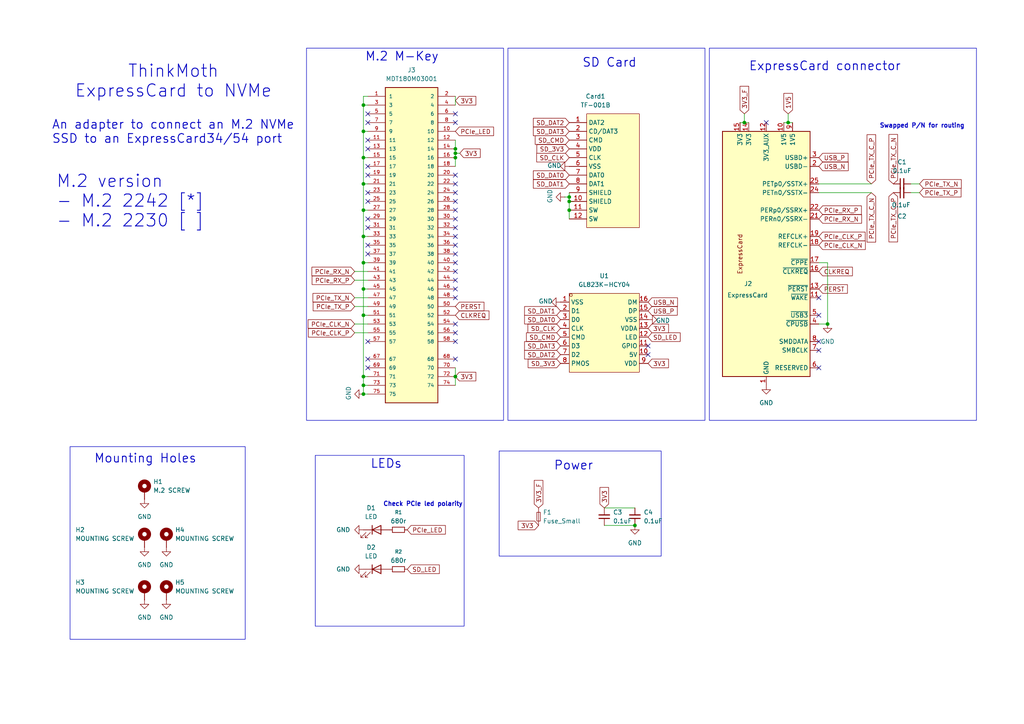
<source format=kicad_sch>
(kicad_sch (version 20250114) (generator "eeschema") (generator_version "9.0")
  (paper "A4")
  (title_block (title "ThinkMoth M.2 2242") (rev "V1.0") (company "Mothtek"))
  (lib_symbols
    (symbol "Connector:ExpressCard"
      (property "Reference" "J" (at 11.43 36.83 0))
      (property "Value" "ExpressCard" (at 7.62 -36.83 0))
      (symbol "ExpressCard_0_0"
        (text "ExpressCard" (at -7.62 0 900) (effects (font (size 1.27 1.27))))
      )
      (symbol "ExpressCard_0_1"
        (rectangle (start -12.7 35.56) (end 12.7 -35.56) (stroke (width 0.254)) (fill (type background)))
      )
      (symbol "ExpressCard_1_1"
        (pin power_out line (at -7.62 38.1 270) (length 2.54) (name "3V3") (number "15"))
        (pin power_out line (at -5.08 38.1 270) (length 2.54) (name "3V3") (number "14"))
        (pin power_out line (at 0 38.1 270) (length 2.54) (name "3V3_AUX") (number "12"))
        (pin power_out line (at 0 -38.1 90) (length 2.54) (name "GND") (number "1"))
        (pin passive line (at 0 -38.1 90) (length 2.54) (hide yes) (name "GND") (number "20"))
        (pin passive line (at 0 -38.1 90) (length 2.54) (hide yes) (name "GND") (number "23"))
        (pin passive line (at 0 -38.1 90) (length 2.54) (hide yes) (name "GND") (number "26"))
        (pin power_out line (at 5.08 38.1 270) (length 2.54) (name "1V5") (number "10"))
        (pin power_out line (at 7.62 38.1 270) (length 2.54) (name "1V5") (number "9"))
        (pin bidirectional line (at 15.24 27.94 180) (length 2.54) (name "USBD+") (number "3"))
        (pin bidirectional line (at 15.24 25.4 180) (length 2.54) (name "USBD-") (number "2"))
        (pin output line (at 15.24 20.32 180) (length 2.54) (name "PETp0/SSTX+") (number "25"))
        (pin output line (at 15.24 17.78 180) (length 2.54) (name "PETn0/SSTX-") (number "24"))
        (pin input line (at 15.24 12.7 180) (length 2.54) (name "PERp0/SSRX+") (number "22"))
        (pin input line (at 15.24 10.16 180) (length 2.54) (name "PERn0/SSRX-") (number "21"))
        (pin output line (at 15.24 5.08 180) (length 2.54) (name "REFCLK+") (number "19"))
        (pin output line (at 15.24 2.54 180) (length 2.54) (name "REFCLK-") (number "18"))
        (pin input line (at 15.24 -2.54 180) (length 2.54) (name "~{CPPE}") (number "17"))
        (pin input line (at 15.24 -5.08 180) (length 2.54) (name "~{CLKREQ}") (number "16"))
        (pin output line (at 15.24 -10.16 180) (length 2.54) (name "~{PERST}") (number "13"))
        (pin input line (at 15.24 -12.7 180) (length 2.54) (name "~{WAKE}") (number "11"))
        (pin bidirectional line (at 15.24 -17.78 180) (length 2.54) (name "~{USB3}") (number "5"))
        (pin input line (at 15.24 -20.32 180) (length 2.54) (name "~{CPUSB}") (number "4"))
        (pin bidirectional line (at 15.24 -25.4 180) (length 2.54) (name "SMDDATA") (number "8"))
        (pin output line (at 15.24 -27.94 180) (length 2.54) (name "SMBCLK") (number "7"))
        (pin passive line (at 15.24 -33.02 180) (length 2.54) (name "RESERVED") (number "6"))
      )
    )
    (symbol "Device:C_Small" (pin_numbers (hide yes)) (pin_names (offset 0.254) (hide yes))
      (property "Reference" "C" (at 0.254 1.778 0))
      (property "Value" "C_Small" (at 0.254 -2.032 0))
      (symbol "C_Small_0_1"
        (polyline (pts (xy -1.524 0.508) (xy 1.524 0.508)) (stroke (width 0.3048)))
        (polyline (pts (xy -1.524 -0.508) (xy 1.524 -0.508)) (stroke (width 0.3302)))
      )
      (symbol "C_Small_1_1"
        (pin passive line (at 0 2.54 270) (length 2.032) (name "~") (number "1"))
        (pin passive line (at 0 -2.54 90) (length 2.032) (name "~") (number "2"))
      )
    )
    (symbol "Device:Fuse_Small" (pin_numbers (hide yes)) (pin_names (offset 0.254) (hide yes))
      (property "Reference" "F" (at 0 -1.524 0))
      (property "Value" "Fuse_Small" (at 0 1.524 0))
      (symbol "Fuse_Small_0_1"
        (rectangle (start -1.27 0.508) (end 1.27 -0.508))
        (polyline (pts (xy -1.27 0) (xy 1.27 0)))
      )
      (symbol "Fuse_Small_1_1"
        (pin passive line (at -2.54 0 0) (length 1.27) (name "~") (number "1"))
        (pin passive line (at 2.54 0 180) (length 1.27) (name "~") (number "2"))
      )
    )
    (symbol "Device:LED" (pin_numbers (hide yes)) (pin_names (offset 1.016) (hide yes))
      (property "Reference" "D" (at 0 2.54 0))
      (property "Value" "LED" (at 0 -2.54 0))
      (symbol "LED_0_1"
        (polyline (pts (xy -3.048 -0.762) (xy -4.572 -2.286) (xy -3.81 -2.286) (xy -4.572 -2.286) (xy -4.572 -1.524)))
        (polyline (pts (xy -1.778 -0.762) (xy -3.302 -2.286) (xy -2.54 -2.286) (xy -3.302 -2.286) (xy -3.302 -1.524)))
        (polyline (pts (xy -1.27 0) (xy 1.27 0)))
        (polyline (pts (xy -1.27 -1.27) (xy -1.27 1.27)) (stroke (width 0.254)))
        (polyline (pts (xy 1.27 -1.27) (xy 1.27 1.27) (xy -1.27 0) (xy 1.27 -1.27)) (stroke (width 0.254)))
      )
      (symbol "LED_1_1"
        (pin passive line (at -3.81 0 0) (length 2.54) (name "K") (number "1"))
        (pin passive line (at 3.81 0 180) (length 2.54) (name "A") (number "2"))
      )
    )
    (symbol "Device:R_Small" (pin_numbers (hide yes)) (pin_names (offset 0.254) (hide yes))
      (property "Reference" "R" (at 0 0 90))
      (property "Value" "R_Small" (at 1.778 0 90))
      (symbol "R_Small_0_1"
        (rectangle (start -0.762 1.778) (end 0.762 -1.778) (stroke (width 0.2032)))
      )
      (symbol "R_Small_1_1"
        (pin passive line (at 0 2.54 270) (length 0.762) (name "~") (number "1"))
        (pin passive line (at 0 -2.54 90) (length 0.762) (name "~") (number "2"))
      )
    )
    (symbol "GL823K-HCY04:GL823K-HCY04"
      (property "Reference" "U" (at 0 13.97 0))
      (property "Value" "GL823K-HCY04" (at 0 -13.97 0))
      (symbol "GL823K-HCY04_0_1"
        (rectangle (start -10.16 11.43) (end 10.16 -11.43) (fill (type background)))
        (circle (center -9.65 10.92) (radius 0.38))
        (pin unspecified line (at -12.7 8.89 0) (length 2.54) (name "VSS") (number "1"))
        (pin unspecified line (at -12.7 6.35 0) (length 2.54) (name "D1") (number "2"))
        (pin unspecified line (at -12.7 3.81 0) (length 2.54) (name "D0") (number "3"))
        (pin unspecified line (at -12.7 1.27 0) (length 2.54) (name "CLK") (number "4"))
        (pin unspecified line (at -12.7 -1.27 0) (length 2.54) (name "CMD") (number "5"))
        (pin unspecified line (at -12.7 -3.81 0) (length 2.54) (name "D3") (number "6"))
        (pin unspecified line (at -12.7 -6.35 0) (length 2.54) (name "D2") (number "7"))
        (pin unspecified line (at -12.7 -8.89 0) (length 2.54) (name "PMOS") (number "8"))
        (pin unspecified line (at 12.7 8.89 180) (length 2.54) (name "DM") (number "16"))
        (pin unspecified line (at 12.7 6.35 180) (length 2.54) (name "DP") (number "15"))
        (pin unspecified line (at 12.7 3.81 180) (length 2.54) (name "VSS") (number "14"))
        (pin unspecified line (at 12.7 1.27 180) (length 2.54) (name "VDDA") (number "13"))
        (pin unspecified line (at 12.7 -1.27 180) (length 2.54) (name "LED") (number "12"))
        (pin unspecified line (at 12.7 -3.81 180) (length 2.54) (name "GPIO") (number "11"))
        (pin unspecified line (at 12.7 -6.35 180) (length 2.54) (name "5V") (number "10"))
        (pin unspecified line (at 12.7 -8.89 180) (length 2.54) (name "VDD") (number "9"))
      )
    )
    (symbol "MDT180M03001:MDT180M03001" (pin_names (offset 1.016))
      (property "Reference" "J" (at -7.62 46.482 0))
      (property "Value" "MDT180M03001" (at -7.62 -48.26 0))
      (symbol "MDT180M03001_0_0"
        (rectangle (start -7.62 -45.72) (end 7.62 45.72) (stroke (width 0.254)) (fill (type background)))
        (pin passive line (at -12.7 43.18 0) (length 5.08) (name "1") (number "1"))
        (pin passive line (at -12.7 40.64 0) (length 5.08) (name "3") (number "3"))
        (pin passive line (at -12.7 38.1 0) (length 5.08) (name "5") (number "5"))
        (pin passive line (at -12.7 35.56 0) (length 5.08) (name "7") (number "7"))
        (pin passive line (at -12.7 33.02 0) (length 5.08) (name "9") (number "9"))
        (pin passive line (at -12.7 30.48 0) (length 5.08) (name "11") (number "11"))
        (pin passive line (at -12.7 27.94 0) (length 5.08) (name "13") (number "13"))
        (pin passive line (at -12.7 25.4 0) (length 5.08) (name "15") (number "15"))
        (pin passive line (at -12.7 22.86 0) (length 5.08) (name "17") (number "17"))
        (pin passive line (at -12.7 20.32 0) (length 5.08) (name "19") (number "19"))
        (pin passive line (at -12.7 17.78 0) (length 5.08) (name "21") (number "21"))
        (pin passive line (at -12.7 15.24 0) (length 5.08) (name "23") (number "23"))
        (pin passive line (at -12.7 12.7 0) (length 5.08) (name "25") (number "25"))
        (pin passive line (at -12.7 10.16 0) (length 5.08) (name "27") (number "27"))
        (pin passive line (at -12.7 7.62 0) (length 5.08) (name "29") (number "29"))
        (pin passive line (at -12.7 5.08 0) (length 5.08) (name "31") (number "31"))
        (pin passive line (at -12.7 2.54 0) (length 5.08) (name "33") (number "33"))
        (pin passive line (at -12.7 0 0) (length 5.08) (name "35") (number "35"))
        (pin passive line (at -12.7 -2.54 0) (length 5.08) (name "37") (number "37"))
        (pin passive line (at -12.7 -5.08 0) (length 5.08) (name "39") (number "39"))
        (pin passive line (at -12.7 -7.62 0) (length 5.08) (name "41") (number "41"))
        (pin passive line (at -12.7 -10.16 0) (length 5.08) (name "43") (number "43"))
        (pin passive line (at -12.7 -12.7 0) (length 5.08) (name "45") (number "45"))
        (pin passive line (at -12.7 -15.24 0) (length 5.08) (name "47") (number "47"))
        (pin passive line (at -12.7 -17.78 0) (length 5.08) (name "49") (number "49"))
        (pin passive line (at -12.7 -20.32 0) (length 5.08) (name "51") (number "51"))
        (pin passive line (at -12.7 -22.86 0) (length 5.08) (name "53") (number "53"))
        (pin passive line (at -12.7 -25.4 0) (length 5.08) (name "55") (number "55"))
        (pin passive line (at -12.7 -27.94 0) (length 5.08) (name "57") (number "57"))
        (pin passive line (at -12.7 -33.02 0) (length 5.08) (name "67") (number "67"))
        (pin passive line (at -12.7 -35.56 0) (length 5.08) (name "69") (number "69"))
        (pin passive line (at -12.7 -38.1 0) (length 5.08) (name "71") (number "71"))
        (pin passive line (at -12.7 -40.64 0) (length 5.08) (name "73") (number "73"))
        (pin passive line (at -12.7 -43.18 0) (length 5.08) (name "75") (number "75"))
        (pin passive line (at 12.7 43.18 180) (length 5.08) (name "2") (number "2"))
        (pin passive line (at 12.7 40.64 180) (length 5.08) (name "4") (number "4"))
        (pin passive line (at 12.7 38.1 180) (length 5.08) (name "6") (number "6"))
        (pin passive line (at 12.7 35.56 180) (length 5.08) (name "8") (number "8"))
        (pin passive line (at 12.7 33.02 180) (length 5.08) (name "10") (number "10"))
        (pin passive line (at 12.7 30.48 180) (length 5.08) (name "12") (number "12"))
        (pin passive line (at 12.7 27.94 180) (length 5.08) (name "14") (number "14"))
        (pin passive line (at 12.7 25.4 180) (length 5.08) (name "16") (number "16"))
        (pin passive line (at 12.7 22.86 180) (length 5.08) (name "18") (number "18"))
        (pin passive line (at 12.7 20.32 180) (length 5.08) (name "20") (number "20"))
        (pin passive line (at 12.7 17.78 180) (length 5.08) (name "22") (number "22"))
        (pin passive line (at 12.7 15.24 180) (length 5.08) (name "24") (number "24"))
        (pin passive line (at 12.7 12.7 180) (length 5.08) (name "26") (number "26"))
        (pin passive line (at 12.7 10.16 180) (length 5.08) (name "28") (number "28"))
        (pin passive line (at 12.7 7.62 180) (length 5.08) (name "30") (number "30"))
        (pin passive line (at 12.7 5.08 180) (length 5.08) (name "32") (number "32"))
        (pin passive line (at 12.7 2.54 180) (length 5.08) (name "34") (number "34"))
        (pin passive line (at 12.7 0 180) (length 5.08) (name "36") (number "36"))
        (pin passive line (at 12.7 -2.54 180) (length 5.08) (name "38") (number "38"))
        (pin passive line (at 12.7 -5.08 180) (length 5.08) (name "40") (number "40"))
        (pin passive line (at 12.7 -7.62 180) (length 5.08) (name "42") (number "42"))
        (pin passive line (at 12.7 -10.16 180) (length 5.08) (name "44") (number "44"))
        (pin passive line (at 12.7 -12.7 180) (length 5.08) (name "46") (number "46"))
        (pin passive line (at 12.7 -15.24 180) (length 5.08) (name "48") (number "48"))
        (pin passive line (at 12.7 -17.78 180) (length 5.08) (name "50") (number "50"))
        (pin passive line (at 12.7 -20.32 180) (length 5.08) (name "52") (number "52"))
        (pin passive line (at 12.7 -22.86 180) (length 5.08) (name "54") (number "54"))
        (pin passive line (at 12.7 -25.4 180) (length 5.08) (name "56") (number "56"))
        (pin passive line (at 12.7 -27.94 180) (length 5.08) (name "58") (number "58"))
        (pin passive line (at 12.7 -33.02 180) (length 5.08) (name "68") (number "68"))
        (pin passive line (at 12.7 -35.56 180) (length 5.08) (name "70") (number "70"))
        (pin passive line (at 12.7 -38.1 180) (length 5.08) (name "72") (number "72"))
        (pin passive line (at 12.7 -40.64 180) (length 5.08) (name "74") (number "74"))
      )
    )
    (symbol "Mechanical:MountingHole_Pad" (pin_numbers (hide yes)) (pin_names (offset 1.016) (hide yes)) (in_bom no)
      (property "Reference" "H" (at 0 6.35 0))
      (property "Value" "MountingHole_Pad" (at 0 4.445 0))
      (symbol "MountingHole_Pad_0_1"
        (circle (center 0 1.27) (radius 1.27) (stroke (width 1.27)))
      )
      (symbol "MountingHole_Pad_1_1"
        (pin input line (at 0 -2.54 90) (length 2.54) (name "1") (number "1"))
      )
    )
    (symbol "SOFNG-TF-001B:TF-001B"
      (property "Reference" "Card1" (at -2.54 21.59 0))
      (property "Value" "TF-001B" (at -2.54 19.05 0))
      (symbol "TF-001B_0_1"
        (rectangle (start -5.08 16.51) (end 10.16 -16.51) (fill (type background)))
        (pin unspecified line (at -10.16 13.97 0) (length 5.08) (name "DAT2") (number "1"))
        (pin unspecified line (at -10.16 11.43 0) (length 5.08) (name "CD/DAT3") (number "2"))
        (pin unspecified line (at -10.16 8.89 0) (length 5.08) (name "CMD") (number "3"))
        (pin unspecified line (at -10.16 6.35 0) (length 5.08) (name "VDD") (number "4"))
        (pin unspecified line (at -10.16 3.81 0) (length 5.08) (name "CLK") (number "5"))
        (pin unspecified line (at -10.16 1.27 0) (length 5.08) (name "VSS") (number "6"))
        (pin unspecified line (at -10.16 -1.27 0) (length 5.08) (name "DAT0") (number "7"))
        (pin unspecified line (at -10.16 -3.81 0) (length 5.08) (name "DAT1") (number "8"))
        (pin unspecified line (at -10.16 -6.35 0) (length 5.08) (name "SHIELD") (number "9"))
        (pin unspecified line (at -10.16 -8.89 0) (length 5.08) (name "SHIELD") (number "10"))
        (pin unspecified line (at -10.16 -11.43 0) (length 5.08) (name "SW") (number "11"))
        (pin unspecified line (at -10.16 -13.97 0) (length 5.08) (name "SW") (number "12"))
      )
    )
    (symbol "power:GND" (power) (pin_numbers (hide yes)) (pin_names (offset 0) (hide yes))
      (property "Value" "GND" (at 0 -3.81 0))
      (symbol "GND_0_1"
        (polyline (pts (xy 0 0) (xy 0 -1.27) (xy 1.27 -1.27) (xy 0 -2.54) (xy -1.27 -1.27) (xy 0 -1.27)))
      )
      (symbol "GND_1_1"
        (pin power_in line (at 0 0 270) (length 0) (name "~") (number "1"))
      )
    )
  )
  (rectangle (start 147.32 13.97) (end 204.47 121.92))
  (rectangle (start 205.74 13.97) (end 283.21 121.92))
  (rectangle (start 20.32 129.54) (end 71.12 185.42))
  (rectangle (start 144.78 130.81) (end 191.77 161.29))
  (rectangle (start 88.9 13.97) (end 146.05 121.92))
  (rectangle (start 91.44 132.08) (end 134.62 181.61))
  (text "ThinkMoth\nExpressCard to NVMe\n" (at 50.292 23.622 0) (effects (font (size 3.556 3.556) (thickness 0.254) (bold yes))))
  (text "Mounting Holes" (at 42.164 133.096 0) (effects (font (size 2.54 2.54) (thickness 0.254) (bold yes))))
  (text "Power" (at 166.37 135.128 0) (effects (font (size 2.54 2.54) (thickness 0.254) (bold yes))))
  (text "Check PCIe led polarity" (at 122.682 146.304 0) (effects (font (size 1.27 1.27) (thickness 0.254) (bold yes))))
  (text "M.2 M-Key" (at 116.586 16.51 0) (effects (font (size 2.54 2.54) (thickness 0.254) (bold yes))))
  (text "Swapped P/N for routing" (at 267.462 36.576 0) (effects (font (size 1.27 1.27) (thickness 0.254) (bold yes))))
  (text "An adapter to connect an M.2 NVMe \nSSD to an ExpressCard34/54 port\n\n\n" (at 14.986 42.418 0) (effects (font (size 2.54 2.54) (thickness 0.254) (bold yes)) (justify left)))
  (text "LEDs" (at 112.014 134.62 0) (effects (font (size 2.54 2.54) (thickness 0.254) (bold yes))))
  (text "ExpressCard connector" (at 239.268 19.304 0) (effects (font (size 2.54 2.54) (thickness 0.254) (bold yes))))
  (text "M.2 version\n- M.2 2242 [*]\n- M.2 2230 [ ]\n" (at 16.256 58.42 0) (effects (font (size 3.556 3.556) (thickness 0.254) (bold yes)) (justify left)))
  (text "SD Card" (at 176.784 18.288 0) (effects (font (size 2.54 2.54) (thickness 0.254) (bold yes))))
  (junction (at 105.41 114.3))
  (junction (at 105.41 111.76))
  (junction (at 105.41 45.72))
  (junction (at 105.41 68.58))
  (junction (at 105.41 83.82))
  (junction (at 240.03 93.98))
  (junction (at 165.1 57.15))
  (junction (at 165.1 60.96))
  (junction (at 132.08 109.22))
  (junction (at 132.08 43.18))
  (junction (at 165.1 58.42))
  (junction (at 105.41 30.48))
  (junction (at 215.9 35.56))
  (junction (at 105.41 60.96))
  (junction (at 105.41 53.34))
  (junction (at 228.6 35.56))
  (junction (at 184.15 152.4))
  (junction (at 105.41 76.2))
  (junction (at 105.41 91.44))
  (junction (at 105.41 38.1))
  (junction (at 132.08 45.72))
  (junction (at 132.08 44.45))
  (junction (at 105.41 109.22))
  (no_connect (at 132.08 76.2))
  (no_connect (at 106.68 33.02))
  (no_connect (at 237.49 91.44))
  (no_connect (at 132.08 71.12))
  (no_connect (at 222.25 35.56))
  (no_connect (at 106.68 55.88))
  (no_connect (at 237.49 101.6))
  (no_connect (at 132.08 83.82))
  (no_connect (at 106.68 48.26))
  (no_connect (at 132.08 35.56))
  (no_connect (at 106.68 99.06))
  (no_connect (at 106.68 73.66))
  (no_connect (at 132.08 58.42))
  (no_connect (at 132.08 66.04))
  (no_connect (at 132.08 93.98))
  (no_connect (at 132.08 55.88))
  (no_connect (at 132.08 68.58))
  (no_connect (at 132.08 63.5))
  (no_connect (at 237.49 86.36))
  (no_connect (at 132.08 73.66))
  (no_connect (at 132.08 50.8))
  (no_connect (at 237.49 106.68))
  (no_connect (at 132.08 78.74))
  (no_connect (at 132.08 86.36))
  (no_connect (at 187.96 102.87))
  (no_connect (at 187.96 100.33))
  (no_connect (at 132.08 33.02))
  (no_connect (at 106.68 106.68))
  (no_connect (at 132.08 104.14))
  (no_connect (at 132.08 99.06))
  (no_connect (at 106.68 66.04))
  (no_connect (at 106.68 50.8))
  (no_connect (at 132.08 96.52))
  (no_connect (at 106.68 71.12))
  (no_connect (at 106.68 40.64))
  (no_connect (at 106.68 63.5))
  (no_connect (at 106.68 104.14))
  (no_connect (at 237.49 99.06))
  (no_connect (at 132.08 53.34))
  (no_connect (at 106.68 35.56))
  (no_connect (at 132.08 60.96))
  (no_connect (at 132.08 81.28))
  (no_connect (at 106.68 43.18))
  (no_connect (at 106.68 58.42))
  (wire (pts (xy 266.7 53.34) (xy 264.16 53.34)))
  (wire (pts (xy 132.08 43.18) (xy 132.08 44.45)))
  (wire (pts (xy 105.41 38.1) (xy 105.41 30.48)))
  (wire (pts (xy 105.41 68.58) (xy 106.68 68.58)))
  (wire (pts (xy 105.41 91.44) (xy 105.41 83.82)))
  (wire (pts (xy 105.41 109.22) (xy 106.68 109.22)))
  (wire (pts (xy 165.1 58.42) (xy 165.1 60.96)))
  (wire (pts (xy 175.26 152.4) (xy 184.15 152.4)))
  (wire (pts (xy 132.08 109.22) (xy 132.08 111.76)))
  (wire (pts (xy 105.41 60.96) (xy 105.41 53.34)))
  (wire (pts (xy 214.63 35.56) (xy 215.9 35.56)))
  (wire (pts (xy 132.08 44.45) (xy 132.08 45.72)))
  (wire (pts (xy 105.41 83.82) (xy 106.68 83.82)))
  (wire (pts (xy 175.26 147.32) (xy 184.15 147.32)))
  (wire (pts (xy 105.41 45.72) (xy 106.68 45.72)))
  (wire (pts (xy 163.83 57.15) (xy 165.1 57.15)))
  (wire (pts (xy 132.08 45.72) (xy 132.08 48.26)))
  (wire (pts (xy 105.41 30.48) (xy 105.41 27.94)))
  (wire (pts (xy 132.08 40.64) (xy 132.08 43.18)))
  (wire (pts (xy 132.08 27.94) (xy 132.08 30.48)))
  (wire (pts (xy 105.41 76.2) (xy 105.41 68.58)))
  (wire (pts (xy 228.6 35.56) (xy 228.6 33.02)))
  (wire (pts (xy 105.41 76.2) (xy 106.68 76.2)))
  (wire (pts (xy 165.1 60.96) (xy 165.1 63.5)))
  (wire (pts (xy 105.41 30.48) (xy 106.68 30.48)))
  (wire (pts (xy 165.1 55.88) (xy 165.1 57.15)))
  (wire (pts (xy 266.7 55.88) (xy 264.16 55.88)))
  (wire (pts (xy 105.41 27.94) (xy 106.68 27.94)))
  (wire (pts (xy 132.08 44.45) (xy 133.35 44.45)))
  (wire (pts (xy 102.87 93.98) (xy 106.68 93.98)))
  (wire (pts (xy 132.08 106.68) (xy 132.08 109.22)))
  (wire (pts (xy 105.41 68.58) (xy 105.41 60.96)))
  (wire (pts (xy 165.1 57.15) (xy 165.1 58.42)))
  (wire (pts (xy 105.41 109.22) (xy 105.41 91.44)))
  (wire (pts (xy 105.41 83.82) (xy 105.41 76.2)))
  (wire (pts (xy 102.87 81.28) (xy 106.68 81.28)))
  (wire (pts (xy 105.41 91.44) (xy 106.68 91.44)))
  (wire (pts (xy 105.41 53.34) (xy 106.68 53.34)))
  (wire (pts (xy 105.41 60.96) (xy 106.68 60.96)))
  (wire (pts (xy 105.41 53.34) (xy 105.41 45.72)))
  (wire (pts (xy 166.37 58.42) (xy 165.1 58.42)))
  (wire (pts (xy 215.9 33.02) (xy 215.9 35.56)))
  (wire (pts (xy 105.41 38.1) (xy 106.68 38.1)))
  (wire (pts (xy 240.03 76.2) (xy 240.03 93.98)))
  (wire (pts (xy 106.68 114.3) (xy 105.41 114.3)))
  (wire (pts (xy 240.03 93.98) (xy 237.49 93.98)))
  (wire (pts (xy 105.41 114.3) (xy 105.41 111.76)))
  (wire (pts (xy 105.41 111.76) (xy 105.41 109.22)))
  (wire (pts (xy 102.87 86.36) (xy 106.68 86.36)))
  (wire (pts (xy 237.49 76.2) (xy 240.03 76.2)))
  (wire (pts (xy 237.49 53.34) (xy 252.73 53.34)))
  (wire (pts (xy 227.33 35.56) (xy 228.6 35.56)))
  (wire (pts (xy 237.49 55.88) (xy 252.73 55.88)))
  (wire (pts (xy 102.87 78.74) (xy 106.68 78.74)))
  (wire (pts (xy 105.41 45.72) (xy 105.41 38.1)))
  (wire (pts (xy 102.87 88.9) (xy 106.68 88.9)))
  (wire (pts (xy 228.6 35.56) (xy 229.87 35.56)))
  (wire (pts (xy 215.9 35.56) (xy 217.17 35.56)))
  (wire (pts (xy 102.87 96.52) (xy 106.68 96.52)))
  (wire (pts (xy 105.41 111.76) (xy 106.68 111.76)))
  (global_label "PCIe_TX_C_N" (shape input) (at 259.08 53.34 90) (property "Intersheetrefs" "${INTERSHEET_REFS}" (effects (hide yes))))
  (global_label "PCIe_TX_N" (shape input) (at 102.87 86.36 180) (property "Intersheetrefs" "${INTERSHEET_REFS}" (effects (hide yes))))
  (global_label "SD_CMD" (shape input) (at 165.1 40.64 180) (property "Intersheetrefs" "${INTERSHEET_REFS}" (effects (hide yes))))
  (global_label "PCIe_RX_P" (shape input) (at 237.49 60.96 0) (property "Intersheetrefs" "${INTERSHEET_REFS}" (effects (hide yes))))
  (global_label "SD_LED" (shape input) (at 187.96 97.79 0) (property "Intersheetrefs" "${INTERSHEET_REFS}" (effects (hide yes))))
  (global_label "PCIe_LED" (shape input) (at 118.11 153.67 0) (property "Intersheetrefs" "${INTERSHEET_REFS}" (effects (hide yes))))
  (global_label "PCIe_CLK_P" (shape input) (at 102.87 96.52 180) (property "Intersheetrefs" "${INTERSHEET_REFS}" (effects (hide yes))))
  (global_label "PCIe_TX_P" (shape input) (at 266.7 55.88 0) (property "Intersheetrefs" "${INTERSHEET_REFS}" (effects (hide yes))))
  (global_label "SD_DAT3" (shape input) (at 162.56 100.33 180) (property "Intersheetrefs" "${INTERSHEET_REFS}" (effects (hide yes))))
  (global_label "3V3" (shape input) (at 132.08 29.21 0) (property "Intersheetrefs" "${INTERSHEET_REFS}" (effects (hide yes))))
  (global_label "SD_DAT1" (shape input) (at 162.56 90.17 180) (property "Intersheetrefs" "${INTERSHEET_REFS}" (effects (hide yes))))
  (global_label "PCIe_RX_N" (shape input) (at 102.87 78.74 180) (property "Intersheetrefs" "${INTERSHEET_REFS}" (effects (hide yes))))
  (global_label "SD_CLK" (shape input) (at 162.56 95.25 180) (property "Intersheetrefs" "${INTERSHEET_REFS}" (effects (hide yes))))
  (global_label "3V3_F" (shape input) (at 215.9 33.02 90) (property "Intersheetrefs" "${INTERSHEET_REFS}" (effects (hide yes))))
  (global_label "3V3" (shape input) (at 156.21 152.4 180) (property "Intersheetrefs" "${INTERSHEET_REFS}" (effects (hide yes))))
  (global_label "PCIe_TX_P" (shape input) (at 102.87 88.9 180) (property "Intersheetrefs" "${INTERSHEET_REFS}" (effects (hide yes))))
  (global_label "PCIe_CLK_P" (shape input) (at 237.49 68.58 0) (property "Intersheetrefs" "${INTERSHEET_REFS}" (effects (hide yes))))
  (global_label "SD_CLK" (shape input) (at 165.1 45.72 180) (property "Intersheetrefs" "${INTERSHEET_REFS}" (effects (hide yes))))
  (global_label "SD_3V3" (shape input) (at 165.1 43.18 180) (property "Intersheetrefs" "${INTERSHEET_REFS}" (effects (hide yes))))
  (global_label "3V3" (shape input) (at 133.35 44.45 0) (property "Intersheetrefs" "${INTERSHEET_REFS}" (effects (hide yes))))
  (global_label "3V3" (shape input) (at 187.96 105.41 0) (property "Intersheetrefs" "${INTERSHEET_REFS}" (effects (hide yes))))
  (global_label "SD_DAT0" (shape input) (at 165.1 50.8 180) (property "Intersheetrefs" "${INTERSHEET_REFS}" (effects (hide yes))))
  (global_label "USB_N" (shape input) (at 187.96 87.63 0) (property "Intersheetrefs" "${INTERSHEET_REFS}" (effects (hide yes))))
  (global_label "PERST" (shape input) (at 237.49 83.82 0) (property "Intersheetrefs" "${INTERSHEET_REFS}" (effects (hide yes))))
  (global_label "PERST" (shape input) (at 132.08 88.9 0) (property "Intersheetrefs" "${INTERSHEET_REFS}" (effects (hide yes))))
  (global_label "PCIe_TX_C_P" (shape input) (at 252.73 53.34 90) (property "Intersheetrefs" "${INTERSHEET_REFS}" (effects (hide yes))))
  (global_label "SD_LED" (shape input) (at 118.11 165.1 0) (property "Intersheetrefs" "${INTERSHEET_REFS}" (effects (hide yes))))
  (global_label "PCIe_RX_P" (shape input) (at 102.87 81.28 180) (property "Intersheetrefs" "${INTERSHEET_REFS}" (effects (hide yes))))
  (global_label "3V3_F" (shape input) (at 156.21 147.32 90) (property "Intersheetrefs" "${INTERSHEET_REFS}" (effects (hide yes))))
  (global_label "USB_P" (shape input) (at 187.96 90.17 0) (property "Intersheetrefs" "${INTERSHEET_REFS}" (effects (hide yes))))
  (global_label "PCIe_RX_N" (shape input) (at 237.49 63.5 0) (property "Intersheetrefs" "${INTERSHEET_REFS}" (effects (hide yes))))
  (global_label "1V5" (shape input) (at 228.6 33.02 90) (property "Intersheetrefs" "${INTERSHEET_REFS}" (effects (hide yes))))
  (global_label "PCIe_TX_C_P" (shape input) (at 259.08 55.88 270) (property "Intersheetrefs" "${INTERSHEET_REFS}" (effects (hide yes))))
  (global_label "SD_DAT0" (shape input) (at 162.56 92.71 180) (property "Intersheetrefs" "${INTERSHEET_REFS}" (effects (hide yes))))
  (global_label "PCIe_CLK_N" (shape input) (at 102.87 93.98 180) (property "Intersheetrefs" "${INTERSHEET_REFS}" (effects (hide yes))))
  (global_label "PCIe_TX_C_N" (shape input) (at 252.73 55.88 270) (property "Intersheetrefs" "${INTERSHEET_REFS}" (effects (hide yes))))
  (global_label "SD_DAT3" (shape input) (at 165.1 38.1 180) (property "Intersheetrefs" "${INTERSHEET_REFS}" (effects (hide yes))))
  (global_label "SD_DAT1" (shape input) (at 165.1 53.34 180) (property "Intersheetrefs" "${INTERSHEET_REFS}" (effects (hide yes))))
  (global_label "PCIe_LED" (shape input) (at 132.08 38.1 0) (property "Intersheetrefs" "${INTERSHEET_REFS}" (effects (hide yes))))
  (global_label "SD_CMD" (shape input) (at 162.56 97.79 180) (property "Intersheetrefs" "${INTERSHEET_REFS}" (effects (hide yes))))
  (global_label "SD_DAT2" (shape input) (at 162.56 102.87 180) (property "Intersheetrefs" "${INTERSHEET_REFS}" (effects (hide yes))))
  (global_label "3V3" (shape input) (at 175.26 147.32 90) (property "Intersheetrefs" "${INTERSHEET_REFS}" (effects (hide yes))))
  (global_label "PCIe_CLK_N" (shape input) (at 237.49 71.12 0) (property "Intersheetrefs" "${INTERSHEET_REFS}" (effects (hide yes))))
  (global_label "CLKREQ" (shape input) (at 132.08 91.44 0) (property "Intersheetrefs" "${INTERSHEET_REFS}" (effects (hide yes))))
  (global_label "3V3" (shape input) (at 132.08 109.22 0) (property "Intersheetrefs" "${INTERSHEET_REFS}" (effects (hide yes))))
  (global_label "SD_DAT2" (shape input) (at 165.1 35.56 180) (property "Intersheetrefs" "${INTERSHEET_REFS}" (effects (hide yes))))
  (global_label "3V3" (shape input) (at 187.96 95.25 0) (property "Intersheetrefs" "${INTERSHEET_REFS}" (effects (hide yes))))
  (global_label "PCIe_TX_N" (shape input) (at 266.7 53.34 0) (property "Intersheetrefs" "${INTERSHEET_REFS}" (effects (hide yes))))
  (global_label "CLKREQ" (shape input) (at 237.49 78.74 0) (property "Intersheetrefs" "${INTERSHEET_REFS}" (effects (hide yes))))
  (global_label "USB_N" (shape input) (at 237.49 48.26 0) (property "Intersheetrefs" "${INTERSHEET_REFS}" (effects (hide yes))))
  (global_label "USB_P" (shape input) (at 237.49 45.72 0) (property "Intersheetrefs" "${INTERSHEET_REFS}" (effects (hide yes))))
  (global_label "SD_3V3" (shape input) (at 162.56 105.41 180) (property "Intersheetrefs" "${INTERSHEET_REFS}" (effects (hide yes))))
  (symbol (lib_id "Device:R_Small") (at 115.57 165.1 90) (unit 1)
    (property "Reference" "R2" (at 115.57 160.02 90) (effects (font (size 1.016 1.016))))
    (property "Value" "680r" (at 115.57 162.56 90))
    (property "Footprint" "Resistor_SMD:R_0402_1005Metric" (effects (hide yes)))
    (property "Description" "Resistor, small symbol" (effects (hide yes)))
  )
  (symbol (lib_id "Device:Fuse_Small") (at 156.21 149.86 90) (unit 1)
    (property "Reference" "F1" (at 157.48 148.5899 90) (effects (justify right)))
    (property "Value" "Fuse_Small" (at 157.48 151.1299 90) (effects (justify right)))
    (property "Footprint" "Fuse:Fuse_0805_2012Metric" (effects (hide yes)))
    (property "Description" "Fuse, small symbol" (effects (hide yes)))
  )
  (symbol (lib_id "power:GND") (at 163.83 57.15 270) (unit 1)
    (property "Reference" "#PWR09" (effects (hide yes)))
    (property "Value" "GND" (at 159.512 56.896 0))
    (property "Description" "Power symbol creates a global label with name \"GND\" , ground" (effects (hide yes)))
  )
  (symbol (lib_id "power:GND") (at 48.26 158.75 0) (mirror y) (unit 1)
    (property "Reference" "#PWR016" (effects (hide yes)))
    (property "Value" "GND" (at 48.26 163.83 0))
    (property "Description" "Power symbol creates a global label with name \"GND\" , ground" (effects (hide yes)))
  )
  (symbol (lib_id "Connector:ExpressCard") (at 222.25 73.66 0) (unit 1)
    (property "Reference" "J2" (at 218.186 82.296 0) (effects (justify right)))
    (property "Value" "ExpressCard" (at 222.758 85.598 0) (effects (justify right)))
    (property "Footprint" "thinkmoth:ExpressCard_Plug" (effects (hide yes)))
    (property "Datasheet" "https://web.archive.org/web/20180809060653/http://www.usb.org/developers/expresscard/EC_specifications/ExpressCard_2_0_FINAL.pdf" (effects (hide yes)))
    (property "Description" "ExpressCard connector" (effects (hide yes)))
  )
  (symbol (lib_id "Mechanical:MountingHole_Pad") (at 41.91 171.45 0) (unit 1) (in_bom no)
    (property "Reference" "H3" (at 21.844 168.91 0) (effects (justify left)))
    (property "Value" "MOUNTING SCREW" (at 21.844 171.45 0) (effects (justify left)))
    (property "Footprint" "MountingHole_2.2mm_M2" (effects (hide yes)))
    (property "Description" "Mounting Hole with connection" (effects (hide yes)))
  )
  (symbol (lib_id "Device:C_Small") (at 184.15 149.86 180) (unit 1)
    (property "Reference" "C4" (at 186.69 148.5835 0) (effects (justify right)))
    (property "Value" "0.1uF" (at 186.69 151.1235 0) (effects (justify right)))
    (property "Footprint" "Capacitor_SMD:C_0402_1005Metric" (effects (hide yes)))
    (property "Description" "Unpolarized capacitor, small symbol" (effects (hide yes)))
  )
  (symbol (lib_id "power:GND") (at 105.41 114.3 270) (unit 1)
    (property "Reference" "#PWR018" (effects (hide yes)))
    (property "Value" "GND" (at 101.092 114.046 0))
    (property "Description" "Power symbol creates a global label with name \"GND\" , ground" (effects (hide yes)))
  )
  (symbol (lib_id "Device:C_Small") (at 175.26 149.86 180) (unit 1)
    (property "Reference" "C3" (at 177.8 148.5835 0) (effects (justify right)))
    (property "Value" "0.1uF" (at 177.8 151.1235 0) (effects (justify right)))
    (property "Footprint" "Capacitor_SMD:C_0402_1005Metric" (effects (hide yes)))
    (property "Description" "Unpolarized capacitor, small symbol" (effects (hide yes)))
  )
  (symbol (lib_id "Mechanical:MountingHole_Pad") (at 41.91 142.24 0) (unit 1) (in_bom no)
    (property "Reference" "H1" (at 44.45 139.6999 0) (effects (justify left)))
    (property "Value" "M.2 SCREW" (at 44.45 142.2399 0) (effects (justify left)))
    (property "Footprint" "MountingHole:MountingHole_2.7mm_M2.5_DIN965_Pad" (effects (hide yes)))
    (property "Description" "Mounting Hole with connection" (effects (hide yes)))
  )
  (symbol (lib_id "power:GND") (at 162.56 87.63 270) (unit 1)
    (property "Reference" "#PWR05" (effects (hide yes)))
    (property "Value" "GND" (at 158.242 87.376 90))
    (property "Description" "Power symbol creates a global label with name \"GND\" , ground" (effects (hide yes)))
  )
  (symbol (lib_id "GL823K-HCY04:GL823K-HCY04") (at 175.26 96.52 0) (unit 1)
    (property "Reference" "U1" (at 175.26 80.01 0))
    (property "Value" "GL823K-HCY04" (at 175.26 82.55 0))
    (property "Footprint" "GL823K-HCY04:SSOP-16_L4.9-W3.9-P0.64-LS6.0-BL" (effects (hide yes)))
    (property "Datasheet" "https://lcsc.com/product-detail/Others_Genesys-Logic_GL823K-HCY04_Genesys-Logic-GL823K-HCY04_C284879.html" (effects (hide yes)))
    (property "LCSC Part" "C284879" (effects (hide yes)))
  )
  (symbol (lib_id "power:GND") (at 41.91 173.99 0) (mirror y) (unit 1)
    (property "Reference" "#PWR015" (effects (hide yes)))
    (property "Value" "GND" (at 41.91 179.07 0))
    (property "Description" "Power symbol creates a global label with name \"GND\" , ground" (effects (hide yes)))
  )
  (symbol (lib_id "Mechanical:MountingHole_Pad") (at 48.26 171.45 0) (unit 1) (in_bom no)
    (property "Reference" "H5" (at 50.8 168.9099 0) (effects (justify left)))
    (property "Value" "MOUNTING SCREW" (at 50.8 171.4499 0) (effects (justify left)))
    (property "Footprint" "MountingHole_2.2mm_M2" (effects (hide yes)))
    (property "Description" "Mounting Hole with connection" (effects (hide yes)))
  )
  (symbol (lib_id "power:GND") (at 48.26 173.99 0) (mirror y) (unit 1)
    (property "Reference" "#PWR017" (effects (hide yes)))
    (property "Value" "GND" (at 48.26 179.07 0))
    (property "Description" "Power symbol creates a global label with name \"GND\" , ground" (effects (hide yes)))
  )
  (symbol (lib_id "power:GND") (at 105.41 153.67 270) (mirror x) (unit 1)
    (property "Reference" "#PWR06" (effects (hide yes)))
    (property "Value" "GND" (at 101.6 153.6699 90) (effects (justify right)))
    (property "Description" "Power symbol creates a global label with name \"GND\" , ground" (effects (hide yes)))
  )
  (symbol (lib_id "power:GND") (at 187.96 92.71 90) (unit 1)
    (property "Reference" "#PWR010" (effects (hide yes)))
    (property "Value" "GND" (at 192.278 92.964 90))
    (property "Description" "Power symbol creates a global label with name \"GND\" , ground" (effects (hide yes)))
  )
  (symbol (lib_id "Device:R_Small") (at 115.57 153.67 90) (unit 1)
    (property "Reference" "R1" (at 115.57 148.59 90) (effects (font (size 1.016 1.016))))
    (property "Value" "680r" (at 115.57 151.13 90))
    (property "Footprint" "Resistor_SMD:R_0402_1005Metric" (effects (hide yes)))
    (property "Description" "Resistor, small symbol" (effects (hide yes)))
  )
  (symbol (lib_id "Mechanical:MountingHole_Pad") (at 48.26 156.21 0) (unit 1) (in_bom no)
    (property "Reference" "H4" (at 50.8 153.6699 0) (effects (justify left)))
    (property "Value" "MOUNTING SCREW" (at 50.8 156.2099 0) (effects (justify left)))
    (property "Footprint" "MountingHole_2.2mm_M2" (effects (hide yes)))
    (property "Description" "Mounting Hole with connection" (effects (hide yes)))
  )
  (symbol (lib_id "power:GND") (at 41.91 158.75 0) (mirror y) (unit 1)
    (property "Reference" "#PWR014" (effects (hide yes)))
    (property "Value" "GND" (at 41.91 163.83 0))
    (property "Description" "Power symbol creates a global label with name \"GND\" , ground" (effects (hide yes)))
  )
  (symbol (lib_id "power:GND") (at 240.03 93.98 0) (unit 1)
    (property "Reference" "#PWR012" (effects (hide yes)))
    (property "Value" "GND" (at 240.03 99.06 0))
    (property "Description" "Power symbol creates a global label with name \"GND\" , ground" (effects (hide yes)))
  )
  (symbol (lib_id "Device:LED") (at 109.22 153.67 0) (unit 1)
    (property "Reference" "D1" (at 107.6325 147.32 0))
    (property "Value" "LED" (at 107.6325 149.86 0))
    (property "Footprint" "LED_SMD:LED_0603_1608Metric" (effects (hide yes)))
    (property "Description" "Light emitting diode" (effects (hide yes)))
    (property "Sim.Pins" "1=K 2=A" (effects (hide yes)))
  )
  (symbol (lib_id "Device:C_Small") (at 261.62 53.34 90) (unit 1)
    (property "Reference" "C1" (at 261.6263 46.99 90))
    (property "Value" "0.1uF" (at 261.6263 49.53 90))
    (property "Footprint" "Capacitor_SMD:C_0402_1005Metric" (effects (hide yes)))
    (property "Description" "Unpolarized capacitor, small symbol" (effects (hide yes)))
  )
  (symbol (lib_id "power:GND") (at 222.25 111.76 0) (unit 1)
    (property "Reference" "#PWR03" (effects (hide yes)))
    (property "Value" "GND" (at 222.25 116.84 0))
    (property "Description" "Power symbol creates a global label with name \"GND\" , ground" (effects (hide yes)))
  )
  (symbol (lib_id "Device:C_Small") (at 261.62 55.88 90) (unit 1)
    (property "Reference" "C2" (at 261.62 62.738 90))
    (property "Value" "0.1uF" (at 261.366 59.436 90))
    (property "Footprint" "Capacitor_SMD:C_0402_1005Metric" (effects (hide yes)))
    (property "Description" "Unpolarized capacitor, small symbol" (effects (hide yes)))
  )
  (symbol (lib_id "Mechanical:MountingHole_Pad") (at 41.91 156.21 0) (unit 1) (in_bom no)
    (property "Reference" "H2" (at 21.844 153.67 0) (effects (justify left)))
    (property "Value" "MOUNTING SCREW" (at 21.844 156.21 0) (effects (justify left)))
    (property "Footprint" "MountingHole_2.2mm_M2" (effects (hide yes)))
    (property "Description" "Mounting Hole with connection" (effects (hide yes)))
  )
  (symbol (lib_id "power:GND") (at 41.91 144.78 0) (mirror y) (unit 1)
    (property "Reference" "#PWR013" (effects (hide yes)))
    (property "Value" "GND" (at 41.91 149.86 0))
    (property "Description" "Power symbol creates a global label with name \"GND\" , ground" (effects (hide yes)))
  )
  (symbol (lib_id "power:GND") (at 184.15 152.4 0) (unit 1)
    (property "Reference" "#PWR08" (effects (hide yes)))
    (property "Value" "GND" (at 184.15 157.48 0))
    (property "Description" "Power symbol creates a global label with name \"GND\" , ground" (effects (hide yes)))
  )
  (symbol (lib_id "power:GND") (at 105.41 165.1 270) (mirror x) (unit 1)
    (property "Reference" "#PWR07" (effects (hide yes)))
    (property "Value" "GND" (at 101.6 165.0999 90) (effects (justify right)))
    (property "Description" "Power symbol creates a global label with name \"GND\" , ground" (effects (hide yes)))
  )
  (symbol (lib_id "MDT180M03001:MDT180M03001") (at 119.38 71.12 0) (unit 1)
    (property "Reference" "J3" (at 119.38 20.32 0))
    (property "Value" "MDT180M03001" (at 119.38 22.86 0))
    (property "Footprint" "MDT180M03001_2:AMPHENOL_MDT180M03001" (effects (hide yes)))
    (property "PARTREV" "2" (effects (hide yes)))
    (property "STANDARD" "Manufacturer Recommendations" (effects (hide yes)))
    (property "MAXIMUM_PACKAGE_HEIGHT" "1.80mm" (effects (hide yes)))
    (property "MANUFACTURER" "Amphenol" (effects (hide yes)))
  )
  (symbol (lib_id "SOFNG-TF-001B:TF-001B") (at 175.26 49.53 0) (unit 1)
    (property "Reference" "Card1" (at 172.72 27.94 0))
    (property "Value" "TF-001B" (at 172.72 30.48 0))
    (property "Footprint" "SOFNG-TF-001B:TF-SMD_TF-001B" (effects (hide yes)))
    (property "Datasheet" "https://lcsc.com/product-detail/Card-Sockets_TFDeck_C125617.html" (effects (hide yes)))
    (property "LCSC Part" "C125617" (effects (hide yes)))
  )
  (symbol (lib_id "Device:LED") (at 109.22 165.1 0) (unit 1)
    (property "Reference" "D2" (at 107.6325 158.75 0))
    (property "Value" "LED" (at 107.6325 161.29 0))
    (property "Footprint" "LED_SMD:LED_0603_1608Metric" (effects (hide yes)))
    (property "Description" "Light emitting diode" (effects (hide yes)))
    (property "Sim.Pins" "1=K 2=A" (effects (hide yes)))
  )
  (symbol (lib_id "power:GND") (at 165.1 48.26 270) (unit 1)
    (property "Reference" "#PWR011" (effects (hide yes)))
    (property "Value" "GND" (at 160.782 48.006 90))
    (property "Description" "Power symbol creates a global label with name \"GND\" , ground" (effects (hide yes)))
  )
)
</source>
